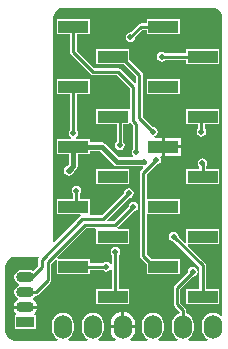
<source format=gbl>
G04 Layer_Physical_Order=2*
G04 Layer_Color=11436288*
%FSAX24Y24*%
%MOIN*%
G70*
G01*
G75*
%ADD14C,0.0100*%
%ADD15C,0.0170*%
%ADD16R,0.0600X0.0354*%
%ADD17O,0.0600X0.0354*%
%ADD18O,0.0600X0.0800*%
%ADD19C,0.0200*%
%ADD20R,0.0988X0.0394*%
G36*
X031560Y019731D02*
D01*
X031610Y019726D01*
X031642Y019722D01*
X031719Y019690D01*
X031785Y019640D01*
X031835Y019574D01*
X031867Y019497D01*
X031871Y019463D01*
X031876Y019415D01*
X031876D01*
X031876Y019415D01*
Y009476D01*
X031826Y009459D01*
X031817Y009472D01*
X031742Y009529D01*
X031654Y009566D01*
X031560Y009578D01*
X031466Y009566D01*
X031378Y009529D01*
X031303Y009472D01*
X031246Y009397D01*
X031209Y009309D01*
X031197Y009215D01*
Y009015D01*
X031209Y008921D01*
X031246Y008833D01*
X031303Y008758D01*
X031378Y008701D01*
X031383Y008699D01*
X031373Y008649D01*
X030747D01*
X030737Y008699D01*
X030742Y008701D01*
X030817Y008758D01*
X030874Y008833D01*
X030911Y008921D01*
X030923Y009015D01*
Y009215D01*
X030911Y009309D01*
X030874Y009397D01*
X030817Y009472D01*
X030742Y009529D01*
X030672Y009558D01*
Y009665D01*
X030672Y009665D01*
X030664Y009708D01*
X030639Y009744D01*
X030639Y009744D01*
X030472Y009911D01*
Y010369D01*
X030881Y010778D01*
X030885Y010777D01*
X030947Y010789D01*
X031000Y010825D01*
X031036Y010878D01*
X031048Y010940D01*
X031036Y011002D01*
X031000Y011055D01*
X030947Y011091D01*
X030885Y011103D01*
X030823Y011091D01*
X030770Y011055D01*
X030734Y011002D01*
X030722Y010940D01*
X030723Y010936D01*
X030281Y010494D01*
X030256Y010458D01*
X030248Y010415D01*
X030248Y010415D01*
Y009865D01*
X030248Y009865D01*
X030256Y009822D01*
X030281Y009786D01*
X030448Y009619D01*
Y009558D01*
X030378Y009529D01*
X030303Y009472D01*
X030246Y009397D01*
X030209Y009309D01*
X030197Y009215D01*
Y009015D01*
X030209Y008921D01*
X030246Y008833D01*
X030303Y008758D01*
X030378Y008701D01*
X030383Y008699D01*
X030373Y008649D01*
X029747D01*
X029737Y008699D01*
X029742Y008701D01*
X029817Y008758D01*
X029874Y008833D01*
X029911Y008921D01*
X029923Y009015D01*
Y009215D01*
X029911Y009309D01*
X029874Y009397D01*
X029817Y009472D01*
X029742Y009529D01*
X029654Y009566D01*
X029560Y009578D01*
X029466Y009566D01*
X029378Y009529D01*
X029303Y009472D01*
X029246Y009397D01*
X029209Y009309D01*
X029197Y009215D01*
Y009015D01*
X029209Y008921D01*
X029246Y008833D01*
X029303Y008758D01*
X029378Y008701D01*
X029383Y008699D01*
X029373Y008649D01*
X028822D01*
X028805Y008699D01*
X028845Y008730D01*
X028909Y008813D01*
X028950Y008911D01*
X028963Y009015D01*
Y009065D01*
X028157D01*
Y009015D01*
X028170Y008911D01*
X028211Y008813D01*
X028275Y008730D01*
X028315Y008699D01*
X028298Y008649D01*
X027747D01*
X027737Y008699D01*
X027742Y008701D01*
X027817Y008758D01*
X027874Y008833D01*
X027911Y008921D01*
X027923Y009015D01*
Y009215D01*
X027911Y009309D01*
X027874Y009397D01*
X027817Y009472D01*
X027742Y009529D01*
X027654Y009566D01*
X027560Y009578D01*
X027466Y009566D01*
X027378Y009529D01*
X027303Y009472D01*
X027246Y009397D01*
X027209Y009309D01*
X027197Y009215D01*
Y009015D01*
X027209Y008921D01*
X027246Y008833D01*
X027303Y008758D01*
X027378Y008701D01*
X027383Y008699D01*
X027373Y008649D01*
X026747D01*
X026737Y008699D01*
X026742Y008701D01*
X026817Y008758D01*
X026874Y008833D01*
X026911Y008921D01*
X026923Y009015D01*
Y009215D01*
X026911Y009309D01*
X026874Y009397D01*
X026817Y009472D01*
X026742Y009529D01*
X026654Y009566D01*
X026560Y009578D01*
X026466Y009566D01*
X026378Y009529D01*
X026303Y009472D01*
X026246Y009397D01*
X026209Y009309D01*
X026197Y009215D01*
Y009015D01*
X026209Y008921D01*
X026246Y008833D01*
X026303Y008758D01*
X026378Y008701D01*
X026383Y008699D01*
X026373Y008649D01*
X024960D01*
X024956Y008648D01*
X024878Y008658D01*
X024801Y008690D01*
X024735Y008740D01*
X024685Y008806D01*
X024653Y008883D01*
X024643Y008961D01*
X024644Y008965D01*
Y010015D01*
Y010315D01*
Y011115D01*
X024643Y011119D01*
X024653Y011197D01*
X024685Y011274D01*
X024735Y011340D01*
X024801Y011390D01*
X024878Y011422D01*
X024912Y011426D01*
X024960Y011431D01*
Y011431D01*
X024960Y011431D01*
X025556D01*
X025556Y011431D01*
Y011431D01*
X025556D01*
X025558Y011432D01*
X025689Y011445D01*
X025724Y011455D01*
X025756Y011413D01*
X025744Y011396D01*
X025736Y011353D01*
X025736Y011353D01*
Y011147D01*
X025556Y010968D01*
X025525Y010988D01*
X025433Y011007D01*
X025187D01*
X025095Y010988D01*
X025016Y010936D01*
X024964Y010858D01*
X024945Y010765D01*
X024964Y010672D01*
X025016Y010594D01*
X025095Y010542D01*
X025100Y010540D01*
Y010490D01*
X025095Y010488D01*
X025016Y010436D01*
X024964Y010358D01*
X024945Y010265D01*
X024964Y010172D01*
X025016Y010094D01*
X025058Y010066D01*
X025053Y010009D01*
X025047Y010007D01*
X024989Y009963D01*
X024945Y009905D01*
X024917Y009837D01*
X024914Y009815D01*
X025706D01*
X025703Y009837D01*
X025675Y009905D01*
X025631Y009963D01*
X025573Y010007D01*
X025567Y010009D01*
X025562Y010066D01*
X025604Y010094D01*
X025643Y010153D01*
X025660D01*
X025660Y010153D01*
X025703Y010161D01*
X025739Y010186D01*
X026139Y010586D01*
X026164Y010622D01*
X026172Y010665D01*
X026172Y010665D01*
Y011219D01*
X026300Y011347D01*
X026350Y011326D01*
Y010858D01*
X027459D01*
Y011003D01*
X027892D01*
X027895Y011000D01*
X027948Y010964D01*
X028010Y010952D01*
X028072Y010964D01*
X028125Y011000D01*
X028148Y011033D01*
X028198Y011018D01*
Y010372D01*
X027661D01*
Y009858D01*
X028770D01*
Y010372D01*
X028422D01*
Y011497D01*
X028425Y011500D01*
X028461Y011553D01*
X028473Y011615D01*
X028461Y011677D01*
X028425Y011730D01*
X028372Y011766D01*
X028310Y011778D01*
X028248Y011766D01*
X028195Y011730D01*
X028159Y011677D01*
X028147Y011615D01*
X028159Y011553D01*
X028195Y011500D01*
X028198Y011497D01*
Y011212D01*
X028148Y011197D01*
X028125Y011230D01*
X028072Y011266D01*
X028010Y011278D01*
X027948Y011266D01*
X027895Y011230D01*
X027892Y011227D01*
X027459D01*
Y011372D01*
X026396D01*
X026375Y011422D01*
X027356Y012403D01*
X027624D01*
X027661Y012372D01*
X027661Y012353D01*
Y011858D01*
X028770D01*
Y012372D01*
X028384D01*
X028369Y012422D01*
X028389Y012436D01*
X028906Y012953D01*
X028910Y012952D01*
X028972Y012964D01*
X029025Y013000D01*
X029061Y013053D01*
X029073Y013115D01*
X029061Y013177D01*
X029025Y013230D01*
X028972Y013266D01*
X028910Y013278D01*
X028848Y013266D01*
X028795Y013230D01*
X028759Y013177D01*
X028747Y013115D01*
X028748Y013111D01*
X028264Y012627D01*
X028051D01*
X028031Y012677D01*
X028756Y013403D01*
X028760Y013402D01*
X028822Y013414D01*
X028875Y013450D01*
X028911Y013503D01*
X028923Y013565D01*
X028911Y013627D01*
X028875Y013680D01*
X028822Y013716D01*
X028760Y013728D01*
X028698Y013716D01*
X028645Y013680D01*
X028609Y013627D01*
X028597Y013565D01*
X028598Y013561D01*
X027864Y012827D01*
X027496D01*
X027459Y012858D01*
X027459Y012877D01*
Y013372D01*
X027122D01*
Y013537D01*
X027125Y013539D01*
X027161Y013592D01*
X027173Y013654D01*
X027161Y013717D01*
X027125Y013770D01*
X027072Y013805D01*
X027010Y013817D01*
X026948Y013805D01*
X026895Y013770D01*
X026859Y013717D01*
X026847Y013654D01*
X026859Y013592D01*
X026895Y013539D01*
X026898Y013537D01*
Y013372D01*
X026350D01*
Y012858D01*
X027136D01*
X027151Y012808D01*
X027131Y012794D01*
X026261Y011924D01*
X026216Y011951D01*
X026226Y011982D01*
X026239Y012113D01*
X026239Y012115D01*
Y019393D01*
X026244Y019415D01*
X026244D01*
X026242Y019416D01*
X026253Y019497D01*
X026285Y019574D01*
X026335Y019640D01*
X026401Y019690D01*
X026478Y019722D01*
X026512Y019726D01*
X026560Y019731D01*
Y019731D01*
X026560Y019731D01*
X031510D01*
X031560Y019731D01*
D02*
G37*
%LPC*%
G36*
X028770Y014372D02*
X027661D01*
Y013858D01*
X028770D01*
Y014372D01*
D02*
G37*
G36*
X031210Y014728D02*
X031148Y014716D01*
X031095Y014680D01*
X031059Y014627D01*
X031047Y014565D01*
X031059Y014503D01*
X031095Y014450D01*
X031103Y014444D01*
Y014372D01*
X030661D01*
Y013858D01*
X031770D01*
Y014372D01*
X031328D01*
Y014453D01*
X031361Y014503D01*
X031373Y014565D01*
X031361Y014627D01*
X031325Y014680D01*
X031272Y014716D01*
X031210Y014728D01*
D02*
G37*
G36*
X031770Y012372D02*
X030661D01*
Y011938D01*
X030615Y011918D01*
X030422Y012111D01*
X030423Y012115D01*
X030411Y012177D01*
X030375Y012230D01*
X030322Y012266D01*
X030260Y012278D01*
X030198Y012266D01*
X030145Y012230D01*
X030109Y012177D01*
X030097Y012115D01*
X030109Y012053D01*
X030145Y012000D01*
X030198Y011964D01*
X030260Y011952D01*
X030264Y011953D01*
X031103Y011113D01*
Y010372D01*
X030661D01*
Y009858D01*
X031770D01*
Y010372D01*
X031328D01*
Y011159D01*
X031319Y011202D01*
X031295Y011239D01*
X031295Y011239D01*
X030722Y011812D01*
X030741Y011858D01*
X031770D01*
Y012372D01*
D02*
G37*
G36*
X025706Y009715D02*
X024914D01*
X024917Y009693D01*
X024945Y009625D01*
X024989Y009567D01*
X025009Y009552D01*
X024992Y009502D01*
X024950D01*
Y009028D01*
X025670D01*
Y009502D01*
X025628D01*
X025611Y009552D01*
X025631Y009567D01*
X025675Y009625D01*
X025703Y009693D01*
X025706Y009715D01*
D02*
G37*
G36*
X028510Y009612D02*
X028456Y009605D01*
X028358Y009564D01*
X028275Y009500D01*
X028211Y009417D01*
X028170Y009319D01*
X028157Y009215D01*
Y009165D01*
X028510D01*
Y009612D01*
D02*
G37*
G36*
X028610D02*
Y009165D01*
X028963D01*
Y009215D01*
X028950Y009319D01*
X028909Y009417D01*
X028845Y009500D01*
X028762Y009564D01*
X028664Y009605D01*
X028610Y009612D01*
D02*
G37*
G36*
X030459Y017372D02*
X029350D01*
Y016858D01*
X030459D01*
Y017372D01*
D02*
G37*
G36*
X031770Y018372D02*
X030661D01*
Y018227D01*
X029977D01*
X029975Y018230D01*
X029922Y018266D01*
X029860Y018278D01*
X029798Y018266D01*
X029745Y018230D01*
X029709Y018177D01*
X029697Y018115D01*
X029709Y018053D01*
X029745Y018000D01*
X029798Y017964D01*
X029860Y017952D01*
X029922Y017964D01*
X029975Y018000D01*
X029977Y018003D01*
X030661D01*
Y017858D01*
X031770D01*
Y018372D01*
D02*
G37*
G36*
X030459Y019372D02*
X029350D01*
Y019227D01*
X029160D01*
X029117Y019219D01*
X029081Y019194D01*
X029081Y019194D01*
X028814Y018927D01*
X028810Y018928D01*
X028748Y018916D01*
X028695Y018880D01*
X028659Y018827D01*
X028647Y018765D01*
X028659Y018703D01*
X028695Y018650D01*
X028748Y018614D01*
X028810Y018602D01*
X028872Y018614D01*
X028925Y018650D01*
X028961Y018703D01*
X028973Y018765D01*
X028972Y018769D01*
X029206Y019003D01*
X029350D01*
Y018858D01*
X030459D01*
Y019372D01*
D02*
G37*
G36*
X031770Y016372D02*
X030661D01*
Y015858D01*
X031063D01*
Y015732D01*
X031060Y015730D01*
X031025Y015677D01*
X031012Y015615D01*
X031025Y015553D01*
X031060Y015500D01*
X031113Y015464D01*
X031175Y015452D01*
X031238Y015464D01*
X031291Y015500D01*
X031326Y015553D01*
X031338Y015615D01*
X031326Y015677D01*
X031291Y015730D01*
X031288Y015732D01*
Y015858D01*
X031770D01*
Y016372D01*
D02*
G37*
G36*
X027459Y019372D02*
X026350D01*
Y018858D01*
X026792D01*
Y018271D01*
X026792Y018271D01*
X026801Y018228D01*
X026825Y018191D01*
X027481Y017536D01*
X027481Y017536D01*
X027517Y017511D01*
X027560Y017503D01*
X028364D01*
X028798Y017069D01*
Y016410D01*
X028770Y016372D01*
X028748Y016372D01*
X027661D01*
Y015858D01*
X028348D01*
Y015282D01*
X028345Y015280D01*
X028309Y015227D01*
X028297Y015165D01*
X028309Y015103D01*
X028345Y015050D01*
X028398Y015014D01*
X028460Y015002D01*
X028522Y015014D01*
X028575Y015050D01*
X028611Y015103D01*
X028623Y015165D01*
X028611Y015227D01*
X028575Y015280D01*
X028572Y015282D01*
Y015858D01*
X028770D01*
Y015892D01*
X028820Y015907D01*
X028831Y015891D01*
X028898Y015823D01*
Y015051D01*
X028895Y015049D01*
X028859Y014996D01*
X028847Y014934D01*
X028859Y014871D01*
X028895Y014819D01*
X028903Y014813D01*
X028888Y014763D01*
X028421D01*
X027965Y015220D01*
X027917Y015252D01*
X027860Y015263D01*
X027459D01*
Y015372D01*
X027005D01*
X026990Y015422D01*
X027025Y015445D01*
X027061Y015498D01*
X027073Y015561D01*
X027061Y015623D01*
X027025Y015676D01*
X027022Y015678D01*
Y016858D01*
X027459D01*
Y017372D01*
X026350D01*
Y016858D01*
X026798D01*
Y015678D01*
X026795Y015676D01*
X026759Y015623D01*
X026747Y015561D01*
X026759Y015498D01*
X026795Y015445D01*
X026830Y015422D01*
X026815Y015372D01*
X026350D01*
Y014858D01*
X026757D01*
Y014521D01*
X026703Y014467D01*
X026698Y014466D01*
X026645Y014430D01*
X026609Y014377D01*
X026597Y014315D01*
X026609Y014253D01*
X026645Y014200D01*
X026698Y014164D01*
X026760Y014152D01*
X026822Y014164D01*
X026875Y014200D01*
X026911Y014253D01*
X026912Y014258D01*
X027009Y014355D01*
X027041Y014403D01*
X027052Y014459D01*
Y014858D01*
X027459D01*
Y014967D01*
X027799D01*
X028255Y014510D01*
X028303Y014478D01*
X028313Y014477D01*
X028360Y014467D01*
X029193D01*
X029198Y014464D01*
X029225Y014459D01*
X029241Y014405D01*
X029161Y014324D01*
X029136Y014288D01*
X029128Y014245D01*
X029128Y014245D01*
Y011485D01*
X029128Y011485D01*
X029136Y011442D01*
X029161Y011406D01*
X029350Y011216D01*
Y010858D01*
X030459D01*
Y011372D01*
X029512D01*
X029352Y011532D01*
Y012858D01*
X030459D01*
Y013372D01*
X029352D01*
Y014198D01*
X029669Y014516D01*
X029673Y014515D01*
X029735Y014527D01*
X029788Y014563D01*
X029824Y014616D01*
X029836Y014678D01*
X029824Y014740D01*
X029805Y014768D01*
X029832Y014818D01*
X029854D01*
Y015115D01*
Y015412D01*
X029615D01*
X029610Y015462D01*
X029622Y015464D01*
X029675Y015500D01*
X029711Y015553D01*
X029723Y015615D01*
X029711Y015677D01*
X029675Y015730D01*
X029622Y015766D01*
X029560Y015778D01*
X029556Y015777D01*
X029222Y016111D01*
Y017515D01*
X029222Y017515D01*
X029214Y017558D01*
X029189Y017594D01*
X029189Y017594D01*
X028770Y018014D01*
Y018372D01*
X027661D01*
Y017858D01*
X028608D01*
X028998Y017469D01*
Y017256D01*
X028948Y017236D01*
X028489Y017694D01*
X028453Y017719D01*
X028410Y017727D01*
X028410Y017727D01*
X027606D01*
X027017Y018317D01*
Y018858D01*
X027459D01*
Y019372D01*
D02*
G37*
G36*
X030499Y015065D02*
X029954D01*
Y014818D01*
X030499D01*
Y015065D01*
D02*
G37*
G36*
Y015412D02*
X029954D01*
Y015165D01*
X030499D01*
Y015412D01*
D02*
G37*
%LPD*%
D14*
X026910Y015561D02*
Y017109D01*
X026904Y017115D02*
X026910Y017109D01*
X031175Y016075D02*
X031216Y016115D01*
X031175Y015615D02*
Y016075D01*
X026060Y010665D02*
Y011265D01*
X025660Y010265D02*
X026060Y010665D01*
X025310Y010265D02*
X025660D01*
X025848Y011101D02*
Y011353D01*
X025512Y010765D02*
X025848Y011101D01*
X025310Y010765D02*
X025512D01*
X026060Y011265D02*
X027310Y012515D01*
X025848Y011353D02*
X027210Y012715D01*
X027310Y012515D02*
X028310D01*
X027210Y012715D02*
X027910D01*
X029240Y014245D02*
X029673Y014678D01*
X029240Y011485D02*
Y014245D01*
Y011485D02*
X029610Y011115D01*
X029010Y014934D02*
Y015870D01*
X028910Y015970D02*
X029010Y015870D01*
X028910Y015970D02*
Y017115D01*
X029160Y019115D02*
X029904D01*
X028810Y018765D02*
X029160Y019115D01*
X030260Y012115D02*
X031216Y011159D01*
Y010115D02*
Y011159D01*
X029610Y011115D02*
X029904D01*
X028310Y010221D02*
Y011615D01*
Y012515D02*
X028910Y013115D01*
X027010Y013221D02*
Y013654D01*
X026904Y013115D02*
X027010Y013221D01*
X027910Y012715D02*
X028760Y013565D01*
X030360Y010415D02*
X030885Y010940D01*
X030360Y009865D02*
Y010415D01*
X030560Y009115D02*
Y009665D01*
X030360Y009865D02*
X030560Y009665D01*
X028460Y016065D02*
X028510Y016115D01*
X028460Y015165D02*
Y016065D01*
X028410Y017615D02*
X028910Y017115D01*
X027560Y017615D02*
X028410D01*
X026904Y018271D02*
X027560Y017615D01*
X026904Y018271D02*
Y019115D01*
X029110Y016065D02*
X029560Y015615D01*
X029110Y016065D02*
Y017515D01*
X028510Y018115D02*
X029110Y017515D01*
X028215Y018115D02*
X028510D01*
X031215Y018115D02*
X031216Y018115D01*
X029860Y018115D02*
X031215D01*
X028215Y016115D02*
X028510D01*
X028210Y010121D02*
X028215Y010115D01*
X028210Y010121D02*
X028310Y010221D01*
X026904Y011115D02*
X028010D01*
X031210Y014565D02*
X031216Y014559D01*
Y014115D02*
Y014559D01*
D15*
X028360Y014615D02*
X029260D01*
X027860Y015115D02*
X028360Y014615D01*
X026760Y014315D02*
X026904Y014459D01*
Y015115D01*
X027860D01*
D16*
X025310Y009265D02*
D03*
D17*
Y009765D02*
D03*
Y010265D02*
D03*
Y010765D02*
D03*
D18*
X027560Y009115D02*
D03*
X028560D02*
D03*
X026560D02*
D03*
X030560D02*
D03*
X031560D02*
D03*
X029560D02*
D03*
D19*
X026060Y009761D02*
D03*
Y010161D02*
D03*
X027660Y011561D02*
D03*
X026960Y011661D02*
D03*
X027360Y012061D02*
D03*
X031160Y017061D02*
D03*
X030260Y016615D02*
D03*
X029660Y016061D02*
D03*
X029460Y016461D02*
D03*
X026460D02*
D03*
X028060Y016761D02*
D03*
X026560Y014661D02*
D03*
X027060Y014061D02*
D03*
X028960Y014161D02*
D03*
X031160Y013261D02*
D03*
X031360Y012761D02*
D03*
X029660Y011661D02*
D03*
Y012561D02*
D03*
X027060Y010061D02*
D03*
X028860Y010861D02*
D03*
X029560Y010261D02*
D03*
X026910Y015561D02*
D03*
X031175Y015615D02*
D03*
X029010Y014934D02*
D03*
X029260Y014615D02*
D03*
X028810Y018765D02*
D03*
X030260Y012115D02*
D03*
X028310Y011615D02*
D03*
X028910Y013115D02*
D03*
X029673Y014678D02*
D03*
X026760Y014315D02*
D03*
X027010Y013654D02*
D03*
X028760Y013565D02*
D03*
X030885Y010940D02*
D03*
X028460Y015165D02*
D03*
X029560Y015615D02*
D03*
X029860Y018115D02*
D03*
X028010Y011115D02*
D03*
X031210Y014565D02*
D03*
D20*
X031216Y010115D02*
D03*
X029904Y011115D02*
D03*
X031216Y012115D02*
D03*
X029904Y013115D02*
D03*
X031216Y014115D02*
D03*
X029904Y015115D02*
D03*
X031216Y016115D02*
D03*
X029904Y017115D02*
D03*
X031216Y018115D02*
D03*
X029904Y019115D02*
D03*
X028215Y010115D02*
D03*
X026904Y011115D02*
D03*
X028215Y012115D02*
D03*
X026904Y013115D02*
D03*
X028215Y014115D02*
D03*
X026904Y015115D02*
D03*
X028215Y016115D02*
D03*
X026904Y017115D02*
D03*
X028215Y018115D02*
D03*
X026904Y019115D02*
D03*
M02*

</source>
